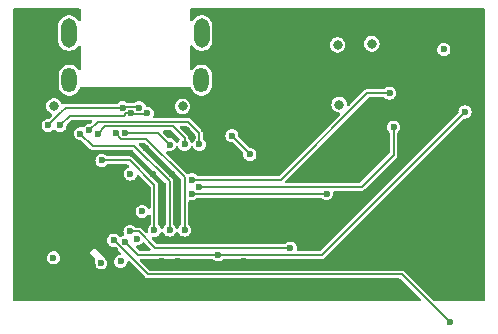
<source format=gbr>
%TF.GenerationSoftware,KiCad,Pcbnew,7.0.7*%
%TF.CreationDate,2023-12-08T19:41:31-05:00*%
%TF.ProjectId,pixie-rev-4,70697869-652d-4726-9576-2d342e6b6963,rev?*%
%TF.SameCoordinates,Original*%
%TF.FileFunction,Copper,L3,Inr*%
%TF.FilePolarity,Positive*%
%FSLAX46Y46*%
G04 Gerber Fmt 4.6, Leading zero omitted, Abs format (unit mm)*
G04 Created by KiCad (PCBNEW 7.0.7) date 2023-12-08 19:41:31*
%MOMM*%
%LPD*%
G01*
G04 APERTURE LIST*
%TA.AperFunction,ComponentPad*%
%ADD10O,1.300000X2.100000*%
%TD*%
%TA.AperFunction,ComponentPad*%
%ADD11O,1.300000X2.500000*%
%TD*%
%TA.AperFunction,ComponentPad*%
%ADD12R,0.900000X0.500000*%
%TD*%
%TA.AperFunction,ViaPad*%
%ADD13C,0.600000*%
%TD*%
%TA.AperFunction,ViaPad*%
%ADD14C,0.681000*%
%TD*%
%TA.AperFunction,ViaPad*%
%ADD15C,0.808000*%
%TD*%
%TA.AperFunction,Conductor*%
%ADD16C,0.150000*%
%TD*%
G04 APERTURE END LIST*
D10*
%TO.N,unconnected-(J201-SHEILD-PadS1)*%
%TO.C,J201*%
X165980000Y-46100000D03*
D11*
%TO.N,unconnected-(J201-SHEILD-PadS2)*%
X166000000Y-42100000D03*
D10*
%TO.N,unconnected-(J201-SHEILD-PadS3)*%
X154780000Y-46100000D03*
D11*
%TO.N,unconnected-(J201-SHEILD-PadS4)*%
X154760000Y-42100000D03*
%TD*%
D12*
%TO.N,GND*%
%TO.C,AE301*%
X151500000Y-64550000D03*
%TD*%
D13*
%TO.N,GND*%
X150500000Y-61100000D03*
X163950000Y-61390000D03*
X161220000Y-60280000D03*
X154760000Y-60780000D03*
X166200000Y-50200000D03*
X155050000Y-52750000D03*
X155250000Y-61425000D03*
X151500000Y-53800000D03*
X169400000Y-43300000D03*
X164500000Y-64500000D03*
D14*
X178958290Y-43137499D03*
D13*
X150500000Y-62800000D03*
X152100000Y-49200000D03*
X166500000Y-59700000D03*
X170500000Y-49800000D03*
X150500000Y-59400000D03*
X176400000Y-40500000D03*
X170300000Y-47200000D03*
X168900000Y-59700000D03*
X150500000Y-57700000D03*
X154650000Y-53500000D03*
X173900000Y-61600000D03*
X150500000Y-50900000D03*
X156700000Y-61325000D03*
X155600000Y-64500000D03*
X177075000Y-58275000D03*
X165600000Y-64500000D03*
X158325000Y-57825000D03*
X152300000Y-63700000D03*
X163410000Y-50700000D03*
X188299999Y-40500000D03*
X157300000Y-55050000D03*
X152425000Y-53800000D03*
X189500000Y-52600000D03*
X165950000Y-53985500D03*
X180900000Y-51600000D03*
X171075000Y-53375000D03*
X156400000Y-47280000D03*
X152800000Y-59500000D03*
X173400000Y-52100000D03*
X178900000Y-53900000D03*
X160075000Y-64500000D03*
X163400000Y-64500000D03*
X151800000Y-59500000D03*
X154360000Y-61560000D03*
X180900000Y-52700000D03*
X151275000Y-58700000D03*
X158650000Y-62150000D03*
X168470000Y-57490000D03*
X150500000Y-63700000D03*
X154525000Y-62625000D03*
X153600000Y-62900000D03*
X155225000Y-62150000D03*
X152900000Y-54800000D03*
X189500000Y-62800000D03*
X170900000Y-56600000D03*
X156400000Y-56975000D03*
X150500000Y-56000000D03*
X177800000Y-46700000D03*
X166700000Y-64500000D03*
X152250000Y-51550000D03*
X154500000Y-64500000D03*
X173000000Y-40500000D03*
X150518219Y-64527124D03*
X157825000Y-62400000D03*
X169540000Y-61400000D03*
D14*
X180200000Y-48550000D03*
D13*
X173625000Y-56800000D03*
X158900000Y-64500000D03*
D14*
X180200000Y-49550000D03*
D13*
X157240000Y-62960000D03*
X152275000Y-52600000D03*
X158663243Y-60486757D03*
X154850000Y-51150000D03*
X155400000Y-53950000D03*
X154750000Y-51950000D03*
X150500000Y-44100000D03*
X153800000Y-55300000D03*
X162000000Y-63400000D03*
X173000000Y-46800000D03*
X155950000Y-63900000D03*
X153000000Y-63600000D03*
X150500000Y-54300000D03*
X157300000Y-55925000D03*
X152000000Y-46000000D03*
X152500000Y-60700000D03*
X157275000Y-56950000D03*
X156700000Y-64500000D03*
X166900000Y-49750000D03*
X158275000Y-63275000D03*
X189500000Y-42400000D03*
X169600000Y-40500000D03*
X175300000Y-42300000D03*
X161200000Y-64500000D03*
X151400000Y-63700000D03*
X159175000Y-55925000D03*
X164730000Y-50330000D03*
X180700000Y-63700000D03*
X152100000Y-50540000D03*
X168600000Y-53750000D03*
X165500000Y-58800000D03*
X165200000Y-56900000D03*
X150500000Y-40700000D03*
X155300000Y-59500000D03*
X175500000Y-44600000D03*
X168600000Y-52278111D03*
X172800000Y-43500000D03*
X174700000Y-58700000D03*
X166897954Y-47398977D03*
X175750000Y-48300000D03*
X157500000Y-61600000D03*
X161850000Y-54025000D03*
X159900000Y-62700000D03*
X175000000Y-54000000D03*
X189500000Y-59400000D03*
X152600000Y-64429978D03*
X153400000Y-40500000D03*
X158300000Y-55925000D03*
X180700000Y-45300000D03*
X156400000Y-55925000D03*
X162600000Y-56900000D03*
X161274204Y-51816717D03*
X187800000Y-55600000D03*
X166900000Y-51250000D03*
X181500000Y-40500000D03*
X152300000Y-42500000D03*
X183600000Y-50690000D03*
X159175000Y-56950000D03*
X153500000Y-58800000D03*
X165425000Y-49250000D03*
X189500000Y-45800000D03*
X154100000Y-52800000D03*
X162300000Y-64500000D03*
X162610000Y-61394500D03*
X155100000Y-49850000D03*
X155050000Y-64100000D03*
X153500000Y-51500000D03*
X156550000Y-63425000D03*
X150500000Y-47500000D03*
X167100000Y-44000000D03*
X163900000Y-56900000D03*
X153400000Y-44500000D03*
X164380000Y-47280000D03*
X158300000Y-55050000D03*
X170530000Y-58730000D03*
X155300000Y-58870000D03*
X163500000Y-54025000D03*
X186000000Y-53000000D03*
X166800000Y-56475000D03*
X157800000Y-64500000D03*
X184900000Y-40500000D03*
X189500000Y-56000000D03*
X158300000Y-56975000D03*
X153800000Y-56100000D03*
X189500000Y-49200000D03*
%TO.N,/SW_4*%
X158550000Y-59631757D03*
X187000000Y-66600000D03*
%TO.N,/SW_1*%
X181900000Y-47175000D03*
X165190000Y-54510000D03*
%TO.N,/SW_2*%
X176570000Y-55700000D03*
X165190000Y-55700000D03*
%TO.N,/PIXEL*%
X182238556Y-50050000D03*
X186500000Y-43475000D03*
X165770000Y-55110000D03*
%TO.N,/SW_3*%
X159925000Y-58887500D03*
X173500000Y-60300000D03*
D15*
%TO.N,5V*%
X177650000Y-48150000D03*
X177500000Y-43100000D03*
X180400000Y-43000000D03*
X153500000Y-48270000D03*
X164375000Y-48300000D03*
D13*
%TO.N,3V3*%
X160960000Y-57200000D03*
X159960000Y-54020000D03*
X159125000Y-61425000D03*
X160545000Y-59507828D03*
X153450000Y-61125000D03*
%TO.N,/MCU/CHIP_PU*%
X188300000Y-48775000D03*
X167390000Y-60875000D03*
X159500000Y-59774500D03*
%TO.N,/Power/USB_D+*%
X160700000Y-48400000D03*
X159300000Y-48400000D03*
X153000000Y-49900000D03*
%TO.N,/Power/USB_D-*%
X160000000Y-48900000D03*
X161400000Y-48900000D03*
X154000000Y-49900000D03*
%TO.N,/MCU/DISP_DC*%
X170075000Y-52375000D03*
X168554622Y-50774500D03*
%TO.N,/MCU/FLASH_CS0*%
X162000000Y-58780000D03*
X157550000Y-52875000D03*
%TO.N,/MCU/FLASH_IO0*%
X156475000Y-50340000D03*
X165805000Y-51530000D03*
%TO.N,/MCU/FLASH_IO2*%
X158720000Y-50580000D03*
X164550000Y-58775000D03*
%TO.N,/MCU/FLASH_CLK*%
X164550000Y-51525000D03*
X157225000Y-50610000D03*
%TO.N,/MCU/FLASH_IO1*%
X163275000Y-58775000D03*
X155730000Y-50610000D03*
%TO.N,/MCU/FLASH_IO3*%
X159480000Y-50521770D03*
X163275000Y-51540000D03*
%TD*%
D16*
%TO.N,/MCU/CHIP_PU*%
X167390000Y-60875000D02*
X167380000Y-60865000D01*
X176200000Y-60875000D02*
X188300000Y-48775000D01*
X167380000Y-60865000D02*
X160590500Y-60865000D01*
X160590500Y-60865000D02*
X159500000Y-59774500D01*
X167390000Y-60875000D02*
X176200000Y-60875000D01*
%TO.N,/SW_4*%
X182930000Y-62530000D02*
X187000000Y-66600000D01*
X161448243Y-62530000D02*
X182930000Y-62530000D01*
X158550000Y-59631757D02*
X161448243Y-62530000D01*
%TO.N,/SW_1*%
X180025000Y-47175000D02*
X181900000Y-47175000D01*
X165190000Y-54510000D02*
X172690000Y-54510000D01*
X172690000Y-54510000D02*
X180025000Y-47175000D01*
%TO.N,/SW_2*%
X165190000Y-55700000D02*
X176570000Y-55700000D01*
%TO.N,/PIXEL*%
X179540000Y-55110000D02*
X182238556Y-52411444D01*
X182238556Y-52411444D02*
X182238556Y-50050000D01*
X165770000Y-55110000D02*
X179540000Y-55110000D01*
%TO.N,/SW_3*%
X162079635Y-60300000D02*
X160667135Y-58887500D01*
X160667135Y-58887500D02*
X159925000Y-58887500D01*
X173500000Y-60300000D02*
X162079635Y-60300000D01*
%TO.N,/Power/USB_D+*%
X160675000Y-48375000D02*
X159325000Y-48375000D01*
X154114500Y-48785500D02*
X154114500Y-48775500D01*
X153000000Y-49900000D02*
X154114500Y-48785500D01*
X154114500Y-48775500D02*
X154490000Y-48400000D01*
X159325000Y-48375000D02*
X159300000Y-48400000D01*
X160700000Y-48400000D02*
X160675000Y-48375000D01*
X154490000Y-48400000D02*
X159300000Y-48400000D01*
%TO.N,/Power/USB_D-*%
X161375000Y-48925000D02*
X160025000Y-48925000D01*
X160025000Y-48925000D02*
X160000000Y-48900000D01*
X159390000Y-49090000D02*
X159580000Y-48900000D01*
X154000000Y-49900000D02*
X154810000Y-49090000D01*
X154810000Y-49090000D02*
X159390000Y-49090000D01*
X159580000Y-48900000D02*
X160000000Y-48900000D01*
X161400000Y-48900000D02*
X161375000Y-48925000D01*
%TO.N,/MCU/DISP_DC*%
X170075000Y-52294878D02*
X170075000Y-52375000D01*
X168554622Y-50774500D02*
X170075000Y-52294878D01*
%TO.N,/MCU/FLASH_CS0*%
X159900000Y-52875000D02*
X157550000Y-52875000D01*
X162000000Y-58780000D02*
X162000000Y-54975000D01*
X162000000Y-54975000D02*
X159900000Y-52875000D01*
%TO.N,/MCU/FLASH_IO0*%
X157190000Y-49625000D02*
X156475000Y-50340000D01*
X164835000Y-49625000D02*
X157190000Y-49625000D01*
X165805000Y-50595000D02*
X164835000Y-49625000D01*
X165805000Y-51530000D02*
X165805000Y-50595000D01*
%TO.N,/MCU/FLASH_IO2*%
X164550000Y-54300000D02*
X161296770Y-51046770D01*
X159186770Y-51046770D02*
X158720000Y-50580000D01*
X161296770Y-51046770D02*
X159186770Y-51046770D01*
X164550000Y-58775000D02*
X164550000Y-54300000D01*
%TO.N,/MCU/FLASH_CLK*%
X163546770Y-49996770D02*
X157838230Y-49996770D01*
X164550000Y-51000000D02*
X163546770Y-49996770D01*
X157838230Y-49996770D02*
X157225000Y-50610000D01*
X164550000Y-51525000D02*
X164550000Y-51000000D01*
%TO.N,/MCU/FLASH_IO1*%
X156795000Y-51675000D02*
X155730000Y-50610000D01*
X163275000Y-58775000D02*
X163275000Y-54650000D01*
X163275000Y-54650000D02*
X160300000Y-51675000D01*
X160300000Y-51675000D02*
X156795000Y-51675000D01*
%TO.N,/MCU/FLASH_IO3*%
X162256770Y-50521770D02*
X163275000Y-51540000D01*
X159480000Y-50521770D02*
X162256770Y-50521770D01*
%TD*%
%TA.AperFunction,Conductor*%
%TO.N,GND*%
G36*
X155701621Y-40020502D02*
G01*
X155748114Y-40074158D01*
X155759500Y-40126500D01*
X155759500Y-40951947D01*
X155739498Y-41020068D01*
X155685842Y-41066561D01*
X155615568Y-41076665D01*
X155550988Y-41047171D01*
X155524381Y-41014948D01*
X155495785Y-40965419D01*
X155495784Y-40965418D01*
X155368561Y-40824122D01*
X155214741Y-40712365D01*
X155041045Y-40635031D01*
X154855067Y-40595500D01*
X154664933Y-40595500D01*
X154478954Y-40635031D01*
X154305258Y-40712365D01*
X154151438Y-40824122D01*
X154024215Y-40965418D01*
X154024215Y-40965419D01*
X153929148Y-41130077D01*
X153870391Y-41310908D01*
X153855500Y-41452593D01*
X153855500Y-42747406D01*
X153870391Y-42889091D01*
X153903388Y-42990644D01*
X153929147Y-43069920D01*
X154024214Y-43234580D01*
X154151438Y-43375877D01*
X154305259Y-43487635D01*
X154478955Y-43564969D01*
X154664933Y-43604500D01*
X154855067Y-43604500D01*
X155041045Y-43564969D01*
X155214741Y-43487635D01*
X155368562Y-43375877D01*
X155495786Y-43234580D01*
X155524381Y-43185051D01*
X155575764Y-43136059D01*
X155645477Y-43122623D01*
X155711388Y-43149009D01*
X155752570Y-43206842D01*
X155759500Y-43248052D01*
X155759500Y-45117306D01*
X155739498Y-45185427D01*
X155685842Y-45231920D01*
X155615568Y-45242024D01*
X155550988Y-45212530D01*
X155524382Y-45180309D01*
X155515786Y-45165420D01*
X155388562Y-45024123D01*
X155234741Y-44912365D01*
X155061045Y-44835031D01*
X154875067Y-44795500D01*
X154684933Y-44795500D01*
X154498954Y-44835031D01*
X154325258Y-44912365D01*
X154171438Y-45024122D01*
X154044215Y-45165418D01*
X154044214Y-45165420D01*
X154032663Y-45185427D01*
X153949148Y-45330077D01*
X153890391Y-45510908D01*
X153875500Y-45652593D01*
X153875500Y-46547406D01*
X153890391Y-46689091D01*
X153919775Y-46779523D01*
X153948982Y-46869413D01*
X153949148Y-46869922D01*
X153950212Y-46871765D01*
X154044214Y-47034580D01*
X154171438Y-47175877D01*
X154325259Y-47287635D01*
X154498955Y-47364969D01*
X154684933Y-47404500D01*
X154875067Y-47404500D01*
X155061045Y-47364969D01*
X155234741Y-47287635D01*
X155388562Y-47175877D01*
X155515786Y-47034580D01*
X155610853Y-46869920D01*
X155653848Y-46737594D01*
X155693922Y-46678989D01*
X155737176Y-46660709D01*
X155736924Y-46660098D01*
X155736982Y-46660074D01*
X155740186Y-46659437D01*
X155759318Y-46651352D01*
X155773604Y-46650531D01*
X155785023Y-46650524D01*
X155785023Y-46650526D01*
X155785158Y-46650500D01*
X164974842Y-46650500D01*
X164974976Y-46650526D01*
X164974977Y-46650524D01*
X164986395Y-46650531D01*
X165010095Y-46657505D01*
X165023018Y-46660074D01*
X165023076Y-46660098D01*
X165022623Y-46661192D01*
X165054504Y-46670575D01*
X165100964Y-46724259D01*
X165106151Y-46737594D01*
X165119775Y-46779523D01*
X165148982Y-46869413D01*
X165149148Y-46869922D01*
X165150212Y-46871765D01*
X165244214Y-47034580D01*
X165371438Y-47175877D01*
X165525259Y-47287635D01*
X165698955Y-47364969D01*
X165884933Y-47404500D01*
X166075067Y-47404500D01*
X166261045Y-47364969D01*
X166434741Y-47287635D01*
X166588562Y-47175877D01*
X166715786Y-47034580D01*
X166810853Y-46869920D01*
X166869608Y-46689092D01*
X166884500Y-46547401D01*
X166884500Y-45652599D01*
X166869608Y-45510908D01*
X166810853Y-45330080D01*
X166715786Y-45165420D01*
X166588562Y-45024123D01*
X166434741Y-44912365D01*
X166261045Y-44835031D01*
X166075067Y-44795500D01*
X165884933Y-44795500D01*
X165698954Y-44835031D01*
X165525258Y-44912365D01*
X165371438Y-45024122D01*
X165244215Y-45165418D01*
X165244212Y-45165422D01*
X165235617Y-45180310D01*
X165184233Y-45229302D01*
X165114519Y-45242737D01*
X165048609Y-45216349D01*
X165007428Y-45158516D01*
X165000499Y-45117308D01*
X165000499Y-43330246D01*
X165000499Y-43248049D01*
X165020501Y-43179930D01*
X165074157Y-43133437D01*
X165144431Y-43123333D01*
X165209011Y-43152827D01*
X165235616Y-43185048D01*
X165264214Y-43234580D01*
X165391438Y-43375877D01*
X165545259Y-43487635D01*
X165718955Y-43564969D01*
X165904933Y-43604500D01*
X166095067Y-43604500D01*
X166281045Y-43564969D01*
X166454741Y-43487635D01*
X166608562Y-43375877D01*
X166735786Y-43234580D01*
X166813485Y-43100002D01*
X176836664Y-43100002D01*
X176855937Y-43258742D01*
X176855938Y-43258746D01*
X176912644Y-43408265D01*
X176912647Y-43408271D01*
X177003484Y-43539871D01*
X177003485Y-43539872D01*
X177003486Y-43539873D01*
X177123182Y-43645915D01*
X177264778Y-43720230D01*
X177420044Y-43758500D01*
X177420045Y-43758500D01*
X177579955Y-43758500D01*
X177579956Y-43758500D01*
X177735222Y-43720230D01*
X177876818Y-43645915D01*
X177996514Y-43539873D01*
X178087355Y-43408268D01*
X178144061Y-43258747D01*
X178146996Y-43234581D01*
X178163336Y-43100002D01*
X178163336Y-43099997D01*
X178151195Y-43000002D01*
X179736664Y-43000002D01*
X179755937Y-43158742D01*
X179755938Y-43158746D01*
X179812644Y-43308265D01*
X179812647Y-43308271D01*
X179903484Y-43439871D01*
X179903485Y-43439872D01*
X179903486Y-43439873D01*
X180023182Y-43545915D01*
X180164778Y-43620230D01*
X180320044Y-43658500D01*
X180320045Y-43658500D01*
X180479955Y-43658500D01*
X180479956Y-43658500D01*
X180635222Y-43620230D01*
X180776818Y-43545915D01*
X180856864Y-43475000D01*
X185940715Y-43475000D01*
X185959771Y-43619752D01*
X186015644Y-43754641D01*
X186015649Y-43754649D01*
X186104525Y-43870474D01*
X186220350Y-43959350D01*
X186220357Y-43959355D01*
X186355246Y-44015228D01*
X186427623Y-44024756D01*
X186499999Y-44034285D01*
X186499999Y-44034284D01*
X186500000Y-44034285D01*
X186644754Y-44015228D01*
X186779643Y-43959355D01*
X186895474Y-43870474D01*
X186984355Y-43754643D01*
X187040228Y-43619754D01*
X187059285Y-43475000D01*
X187054660Y-43439873D01*
X187040228Y-43330247D01*
X187040228Y-43330246D01*
X186984355Y-43195358D01*
X186895474Y-43079526D01*
X186895472Y-43079524D01*
X186895471Y-43079523D01*
X186779649Y-42990649D01*
X186779641Y-42990644D01*
X186644752Y-42934771D01*
X186500000Y-42915715D01*
X186355247Y-42934771D01*
X186287802Y-42962708D01*
X186220358Y-42990645D01*
X186220357Y-42990646D01*
X186220356Y-42990646D01*
X186104526Y-43079526D01*
X186015646Y-43195356D01*
X186015645Y-43195358D01*
X185999400Y-43234577D01*
X185959771Y-43330247D01*
X185940715Y-43474999D01*
X185940715Y-43475000D01*
X180856864Y-43475000D01*
X180896514Y-43439873D01*
X180987355Y-43308268D01*
X181044061Y-43158747D01*
X181045244Y-43149009D01*
X181063336Y-43000002D01*
X181063336Y-42999997D01*
X181044062Y-42841257D01*
X181044061Y-42841253D01*
X181025280Y-42791732D01*
X180987355Y-42691732D01*
X180896514Y-42560127D01*
X180776818Y-42454085D01*
X180776817Y-42454084D01*
X180776813Y-42454082D01*
X180635220Y-42379769D01*
X180479957Y-42341500D01*
X180479956Y-42341500D01*
X180320044Y-42341500D01*
X180320042Y-42341500D01*
X180164779Y-42379769D01*
X180023186Y-42454082D01*
X180023182Y-42454084D01*
X179903484Y-42560128D01*
X179812647Y-42691728D01*
X179812644Y-42691734D01*
X179755938Y-42841253D01*
X179755937Y-42841257D01*
X179736664Y-42999997D01*
X179736664Y-43000002D01*
X178151195Y-43000002D01*
X178144062Y-42941257D01*
X178144061Y-42941253D01*
X178124279Y-42889092D01*
X178087355Y-42791732D01*
X177996514Y-42660127D01*
X177876818Y-42554085D01*
X177876817Y-42554084D01*
X177876813Y-42554082D01*
X177735220Y-42479769D01*
X177579957Y-42441500D01*
X177579956Y-42441500D01*
X177420044Y-42441500D01*
X177420042Y-42441500D01*
X177264779Y-42479769D01*
X177123186Y-42554082D01*
X177123182Y-42554084D01*
X177003484Y-42660128D01*
X176912647Y-42791728D01*
X176912644Y-42791734D01*
X176855938Y-42941253D01*
X176855937Y-42941257D01*
X176836664Y-43099997D01*
X176836664Y-43100002D01*
X166813485Y-43100002D01*
X166830853Y-43069920D01*
X166889608Y-42889092D01*
X166904500Y-42747401D01*
X166904500Y-41452599D01*
X166889608Y-41310908D01*
X166830853Y-41130080D01*
X166735786Y-40965420D01*
X166608562Y-40824123D01*
X166454741Y-40712365D01*
X166281045Y-40635031D01*
X166095067Y-40595500D01*
X165904933Y-40595500D01*
X165718954Y-40635031D01*
X165545258Y-40712365D01*
X165391438Y-40824122D01*
X165264215Y-40965418D01*
X165264215Y-40965419D01*
X165235617Y-41014950D01*
X165184233Y-41063942D01*
X165114519Y-41077376D01*
X165048609Y-41050988D01*
X165007428Y-40993155D01*
X165000499Y-40951952D01*
X165000499Y-40126500D01*
X165020502Y-40058379D01*
X165074158Y-40011886D01*
X165126500Y-40000500D01*
X189873500Y-40000500D01*
X189941621Y-40020502D01*
X189988114Y-40074158D01*
X189999500Y-40126500D01*
X189999500Y-64674000D01*
X189979498Y-64742121D01*
X189925842Y-64788614D01*
X189873500Y-64800000D01*
X185718173Y-64800000D01*
X185650052Y-64779998D01*
X185629078Y-64763095D01*
X183175115Y-62309132D01*
X183171400Y-62305079D01*
X183145066Y-62273695D01*
X183109589Y-62253212D01*
X183104957Y-62250261D01*
X183071401Y-62226765D01*
X183071397Y-62226762D01*
X183066367Y-62224416D01*
X183049664Y-62217498D01*
X183044430Y-62215593D01*
X183004091Y-62208480D01*
X182998725Y-62207290D01*
X182959164Y-62196690D01*
X182959158Y-62196690D01*
X182947409Y-62197718D01*
X182918352Y-62200260D01*
X182912868Y-62200500D01*
X161636917Y-62200500D01*
X161568796Y-62180498D01*
X161547822Y-62163595D01*
X160793822Y-61409595D01*
X160759796Y-61347283D01*
X160764861Y-61276468D01*
X160807408Y-61219632D01*
X160873928Y-61194821D01*
X160882917Y-61194500D01*
X166874093Y-61194500D01*
X166942214Y-61214502D01*
X166974055Y-61243796D01*
X166990719Y-61265513D01*
X166994526Y-61270474D01*
X167099954Y-61351373D01*
X167110357Y-61359355D01*
X167245246Y-61415228D01*
X167390000Y-61434285D01*
X167534754Y-61415228D01*
X167669643Y-61359355D01*
X167785474Y-61270474D01*
X167798272Y-61253795D01*
X167855609Y-61211929D01*
X167898234Y-61204500D01*
X176182868Y-61204500D01*
X176188353Y-61204739D01*
X176229160Y-61208310D01*
X176268735Y-61197705D01*
X176274073Y-61196520D01*
X176314434Y-61189405D01*
X176314435Y-61189404D01*
X176314437Y-61189404D01*
X176319699Y-61187488D01*
X176336322Y-61180603D01*
X176341398Y-61178235D01*
X176341401Y-61178235D01*
X176374973Y-61154726D01*
X176379573Y-61151796D01*
X176415066Y-61131305D01*
X176441403Y-61099916D01*
X176445095Y-61095886D01*
X188173616Y-49367365D01*
X188235926Y-49333341D01*
X188279152Y-49331540D01*
X188300000Y-49334285D01*
X188444754Y-49315228D01*
X188579643Y-49259355D01*
X188695474Y-49170474D01*
X188784355Y-49054643D01*
X188840228Y-48919754D01*
X188859285Y-48775000D01*
X188856874Y-48756690D01*
X188840228Y-48630247D01*
X188836132Y-48620358D01*
X188784355Y-48495358D01*
X188695474Y-48379526D01*
X188695472Y-48379524D01*
X188695471Y-48379523D01*
X188579649Y-48290649D01*
X188579641Y-48290644D01*
X188444752Y-48234771D01*
X188300000Y-48215715D01*
X188155247Y-48234771D01*
X188105818Y-48255246D01*
X188020358Y-48290645D01*
X188020357Y-48290646D01*
X188020356Y-48290646D01*
X187904526Y-48379526D01*
X187815646Y-48495356D01*
X187815645Y-48495358D01*
X187787708Y-48562802D01*
X187759771Y-48630247D01*
X187740715Y-48774999D01*
X187743459Y-48795847D01*
X187732517Y-48865995D01*
X187707631Y-48901384D01*
X176100422Y-60508595D01*
X176038110Y-60542621D01*
X176011327Y-60545500D01*
X174170640Y-60545500D01*
X174102519Y-60525498D01*
X174056026Y-60471842D01*
X174045718Y-60403054D01*
X174048395Y-60382717D01*
X174059285Y-60300000D01*
X174040228Y-60155246D01*
X173984355Y-60020358D01*
X173895474Y-59904526D01*
X173895472Y-59904524D01*
X173895471Y-59904523D01*
X173779649Y-59815649D01*
X173779641Y-59815644D01*
X173644752Y-59759771D01*
X173500000Y-59740715D01*
X173355247Y-59759771D01*
X173301943Y-59781851D01*
X173220358Y-59815645D01*
X173220357Y-59815646D01*
X173220356Y-59815646D01*
X173166532Y-59856947D01*
X173104526Y-59904526D01*
X173091727Y-59921204D01*
X173034391Y-59963071D01*
X172991766Y-59970500D01*
X162268309Y-59970500D01*
X162200188Y-59950498D01*
X162179214Y-59933595D01*
X161784436Y-59538817D01*
X161750410Y-59476505D01*
X161755475Y-59405690D01*
X161798022Y-59348854D01*
X161864542Y-59324043D01*
X161889973Y-59324799D01*
X162000000Y-59339285D01*
X162144754Y-59320228D01*
X162279643Y-59264355D01*
X162395474Y-59175474D01*
X162484355Y-59059643D01*
X162522128Y-58968449D01*
X162566674Y-58913172D01*
X162634037Y-58890751D01*
X162702828Y-58908309D01*
X162751207Y-58960271D01*
X162754937Y-58968438D01*
X162790645Y-59054643D01*
X162790647Y-59054646D01*
X162790649Y-59054649D01*
X162879525Y-59170474D01*
X162995350Y-59259350D01*
X162995357Y-59259355D01*
X163130246Y-59315228D01*
X163275000Y-59334285D01*
X163419754Y-59315228D01*
X163554643Y-59259355D01*
X163670474Y-59170474D01*
X163759355Y-59054643D01*
X163796092Y-58965951D01*
X163840639Y-58910672D01*
X163908003Y-58888251D01*
X163976794Y-58905809D01*
X164025172Y-58957771D01*
X164028901Y-58965936D01*
X164056371Y-59032254D01*
X164065644Y-59054641D01*
X164065649Y-59054649D01*
X164154525Y-59170474D01*
X164270350Y-59259350D01*
X164270357Y-59259355D01*
X164405246Y-59315228D01*
X164550000Y-59334285D01*
X164694754Y-59315228D01*
X164829643Y-59259355D01*
X164945474Y-59170474D01*
X165034355Y-59054643D01*
X165090228Y-58919754D01*
X165109285Y-58775000D01*
X165090228Y-58630246D01*
X165034355Y-58495358D01*
X165031798Y-58492026D01*
X165005368Y-58457582D01*
X164945474Y-58379526D01*
X164945471Y-58379524D01*
X164945470Y-58379522D01*
X164928793Y-58366725D01*
X164886927Y-58309386D01*
X164879500Y-58266765D01*
X164879500Y-56360022D01*
X164899502Y-56291901D01*
X164953158Y-56245408D01*
X165023432Y-56235304D01*
X165038117Y-56238317D01*
X165045242Y-56240226D01*
X165045246Y-56240228D01*
X165190000Y-56259285D01*
X165334754Y-56240228D01*
X165469643Y-56184355D01*
X165585474Y-56095474D01*
X165598272Y-56078795D01*
X165655609Y-56036929D01*
X165698234Y-56029500D01*
X176061766Y-56029500D01*
X176129887Y-56049502D01*
X176161727Y-56078794D01*
X176174526Y-56095474D01*
X176174528Y-56095476D01*
X176259499Y-56160677D01*
X176290357Y-56184355D01*
X176425246Y-56240228D01*
X176570000Y-56259285D01*
X176714754Y-56240228D01*
X176849643Y-56184355D01*
X176965474Y-56095474D01*
X177054355Y-55979643D01*
X177110228Y-55844754D01*
X177129285Y-55700000D01*
X177113743Y-55581945D01*
X177124682Y-55511797D01*
X177171810Y-55458699D01*
X177238665Y-55439500D01*
X179522868Y-55439500D01*
X179528353Y-55439739D01*
X179569160Y-55443310D01*
X179608735Y-55432705D01*
X179614073Y-55431520D01*
X179654434Y-55424405D01*
X179654435Y-55424404D01*
X179654437Y-55424404D01*
X179659699Y-55422488D01*
X179676322Y-55415603D01*
X179681398Y-55413235D01*
X179681401Y-55413235D01*
X179714973Y-55389726D01*
X179719573Y-55386796D01*
X179755066Y-55366305D01*
X179781403Y-55334916D01*
X179785095Y-55330886D01*
X182459449Y-52656532D01*
X182463467Y-52652850D01*
X182494861Y-52626510D01*
X182515352Y-52591017D01*
X182518286Y-52586411D01*
X182541791Y-52552845D01*
X182541791Y-52552842D01*
X182544173Y-52547735D01*
X182551027Y-52531189D01*
X182552962Y-52525874D01*
X182555028Y-52514149D01*
X182560077Y-52485515D01*
X182561259Y-52480183D01*
X182571865Y-52440605D01*
X182569690Y-52415749D01*
X182568296Y-52399802D01*
X182568056Y-52394310D01*
X182568056Y-50558233D01*
X182588058Y-50490112D01*
X182617351Y-50458272D01*
X182634030Y-50445474D01*
X182722911Y-50329643D01*
X182778784Y-50194754D01*
X182797841Y-50050000D01*
X182796059Y-50036468D01*
X182778784Y-49905247D01*
X182776611Y-49900000D01*
X182722911Y-49770358D01*
X182634030Y-49654526D01*
X182634028Y-49654524D01*
X182634027Y-49654523D01*
X182518205Y-49565649D01*
X182518197Y-49565644D01*
X182383308Y-49509771D01*
X182238556Y-49490715D01*
X182093803Y-49509771D01*
X182026358Y-49537708D01*
X181958914Y-49565645D01*
X181958913Y-49565646D01*
X181958912Y-49565646D01*
X181843082Y-49654526D01*
X181754202Y-49770356D01*
X181754201Y-49770358D01*
X181726264Y-49837802D01*
X181698327Y-49905247D01*
X181679271Y-50049999D01*
X181679271Y-50050000D01*
X181698327Y-50194752D01*
X181754200Y-50329641D01*
X181754205Y-50329649D01*
X181843079Y-50445471D01*
X181843080Y-50445472D01*
X181843082Y-50445474D01*
X181859759Y-50458270D01*
X181901626Y-50515605D01*
X181909056Y-50558233D01*
X181909056Y-52222770D01*
X181889054Y-52290891D01*
X181872151Y-52311865D01*
X179440422Y-54743595D01*
X179378110Y-54777620D01*
X179351327Y-54780500D01*
X173189672Y-54780500D01*
X173121551Y-54760498D01*
X173075058Y-54706842D01*
X173064954Y-54636568D01*
X173094448Y-54571988D01*
X173100577Y-54565405D01*
X176549063Y-51116920D01*
X180124577Y-47541405D01*
X180186890Y-47507379D01*
X180213673Y-47504500D01*
X181391766Y-47504500D01*
X181459887Y-47524502D01*
X181491727Y-47553794D01*
X181504526Y-47570474D01*
X181504528Y-47570476D01*
X181620350Y-47659350D01*
X181620357Y-47659355D01*
X181755246Y-47715228D01*
X181822500Y-47724082D01*
X181899999Y-47734285D01*
X181899999Y-47734284D01*
X181900000Y-47734285D01*
X182044754Y-47715228D01*
X182179643Y-47659355D01*
X182295474Y-47570474D01*
X182384355Y-47454643D01*
X182440228Y-47319754D01*
X182459285Y-47175000D01*
X182440228Y-47030246D01*
X182384355Y-46895358D01*
X182295474Y-46779526D01*
X182295472Y-46779524D01*
X182295471Y-46779523D01*
X182179649Y-46690649D01*
X182179641Y-46690644D01*
X182044752Y-46634771D01*
X181900000Y-46615715D01*
X181755247Y-46634771D01*
X181700364Y-46657505D01*
X181620358Y-46690645D01*
X181620357Y-46690646D01*
X181620356Y-46690646D01*
X181504530Y-46779523D01*
X181504526Y-46779526D01*
X181491727Y-46796204D01*
X181434391Y-46838071D01*
X181391766Y-46845500D01*
X180042120Y-46845500D01*
X180036635Y-46845260D01*
X180007632Y-46842722D01*
X179995841Y-46841691D01*
X179995837Y-46841691D01*
X179956271Y-46852292D01*
X179950907Y-46853481D01*
X179910568Y-46860594D01*
X179905331Y-46862500D01*
X179888641Y-46869413D01*
X179883599Y-46871764D01*
X179850044Y-46895259D01*
X179845410Y-46898211D01*
X179809937Y-46918692D01*
X179809930Y-46918697D01*
X179783598Y-46950079D01*
X179779884Y-46954132D01*
X178525627Y-48208388D01*
X178463315Y-48242414D01*
X178392500Y-48237349D01*
X178335664Y-48194802D01*
X178311451Y-48134479D01*
X178309916Y-48121838D01*
X178296167Y-48008595D01*
X178294062Y-47991257D01*
X178294061Y-47991253D01*
X178282865Y-47961732D01*
X178237355Y-47841732D01*
X178146514Y-47710127D01*
X178026818Y-47604085D01*
X178026817Y-47604084D01*
X178026813Y-47604082D01*
X177885220Y-47529769D01*
X177729957Y-47491500D01*
X177729956Y-47491500D01*
X177570044Y-47491500D01*
X177570042Y-47491500D01*
X177414779Y-47529769D01*
X177273186Y-47604082D01*
X177273182Y-47604084D01*
X177153484Y-47710128D01*
X177062647Y-47841728D01*
X177062644Y-47841734D01*
X177005938Y-47991253D01*
X177005937Y-47991257D01*
X176986664Y-48149997D01*
X176986664Y-48150002D01*
X177005937Y-48308742D01*
X177005938Y-48308746D01*
X177062644Y-48458265D01*
X177062647Y-48458271D01*
X177153484Y-48589871D01*
X177153485Y-48589872D01*
X177153486Y-48589873D01*
X177273182Y-48695915D01*
X177414778Y-48770230D01*
X177570044Y-48808500D01*
X177570045Y-48808500D01*
X177621325Y-48808500D01*
X177689446Y-48828502D01*
X177735939Y-48882158D01*
X177746043Y-48952432D01*
X177716549Y-49017012D01*
X177710420Y-49023595D01*
X172590422Y-54143595D01*
X172528110Y-54177620D01*
X172501327Y-54180500D01*
X165698234Y-54180500D01*
X165630113Y-54160498D01*
X165598272Y-54131205D01*
X165585474Y-54114526D01*
X165585472Y-54114524D01*
X165585471Y-54114523D01*
X165469649Y-54025649D01*
X165469641Y-54025644D01*
X165334752Y-53969771D01*
X165190000Y-53950715D01*
X165045247Y-53969771D01*
X164977801Y-53997708D01*
X164910358Y-54025645D01*
X164910356Y-54025646D01*
X164910357Y-54025646D01*
X164910348Y-54025651D01*
X164902546Y-54031638D01*
X164836325Y-54057236D01*
X164766777Y-54042969D01*
X164736751Y-54020768D01*
X163006453Y-52290470D01*
X162972427Y-52228158D01*
X162977492Y-52157343D01*
X163020039Y-52100507D01*
X163086559Y-52075696D01*
X163128163Y-52079669D01*
X163130236Y-52080224D01*
X163130246Y-52080228D01*
X163275000Y-52099285D01*
X163419754Y-52080228D01*
X163554643Y-52024355D01*
X163670474Y-51935474D01*
X163759355Y-51819643D01*
X163799198Y-51723451D01*
X163843745Y-51668172D01*
X163911108Y-51645751D01*
X163979899Y-51663309D01*
X164028278Y-51715271D01*
X164032009Y-51723440D01*
X164065645Y-51804643D01*
X164065647Y-51804646D01*
X164065649Y-51804649D01*
X164154525Y-51920474D01*
X164270350Y-52009350D01*
X164270357Y-52009355D01*
X164405246Y-52065228D01*
X164550000Y-52084285D01*
X164694754Y-52065228D01*
X164829643Y-52009355D01*
X164945474Y-51920474D01*
X165034355Y-51804643D01*
X165060056Y-51742594D01*
X165104603Y-51687314D01*
X165171966Y-51664893D01*
X165240757Y-51682451D01*
X165289136Y-51734412D01*
X165292865Y-51742578D01*
X165320645Y-51809643D01*
X165320647Y-51809646D01*
X165320649Y-51809649D01*
X165409525Y-51925474D01*
X165525350Y-52014350D01*
X165525357Y-52014355D01*
X165660246Y-52070228D01*
X165805000Y-52089285D01*
X165949754Y-52070228D01*
X166084643Y-52014355D01*
X166200474Y-51925474D01*
X166289355Y-51809643D01*
X166345228Y-51674754D01*
X166364285Y-51530000D01*
X166345228Y-51385246D01*
X166289355Y-51250358D01*
X166285522Y-51245363D01*
X166251917Y-51201568D01*
X166200474Y-51134526D01*
X166200471Y-51134524D01*
X166200470Y-51134522D01*
X166183793Y-51121725D01*
X166141927Y-51064386D01*
X166134500Y-51021765D01*
X166134500Y-50774500D01*
X167995337Y-50774500D01*
X168014393Y-50919252D01*
X168070266Y-51054141D01*
X168070271Y-51054149D01*
X168159147Y-51169974D01*
X168263909Y-51250361D01*
X168274979Y-51258855D01*
X168409868Y-51314728D01*
X168554622Y-51333785D01*
X168554623Y-51333785D01*
X168559245Y-51333176D01*
X168575461Y-51331041D01*
X168645609Y-51341977D01*
X168681006Y-51366867D01*
X169491952Y-52177813D01*
X169525978Y-52240125D01*
X169527779Y-52283353D01*
X169515715Y-52374997D01*
X169515715Y-52375000D01*
X169534771Y-52519752D01*
X169590644Y-52654641D01*
X169590649Y-52654649D01*
X169679525Y-52770474D01*
X169795350Y-52859350D01*
X169795357Y-52859355D01*
X169930246Y-52915228D01*
X170075000Y-52934285D01*
X170219754Y-52915228D01*
X170354643Y-52859355D01*
X170470474Y-52770474D01*
X170559355Y-52654643D01*
X170615228Y-52519754D01*
X170634285Y-52375000D01*
X170615228Y-52230246D01*
X170559355Y-52095358D01*
X170470474Y-51979526D01*
X170470472Y-51979524D01*
X170470471Y-51979523D01*
X170354649Y-51890649D01*
X170354641Y-51890644D01*
X170219752Y-51834771D01*
X170102226Y-51819299D01*
X170037298Y-51790576D01*
X170029577Y-51783472D01*
X169146989Y-50900884D01*
X169112963Y-50838572D01*
X169111163Y-50795338D01*
X169112699Y-50783673D01*
X169113907Y-50774500D01*
X169111813Y-50758598D01*
X169094850Y-50629747D01*
X169094850Y-50629746D01*
X169038977Y-50494858D01*
X168950096Y-50379026D01*
X168950094Y-50379024D01*
X168950093Y-50379023D01*
X168834271Y-50290149D01*
X168834263Y-50290144D01*
X168699374Y-50234271D01*
X168554622Y-50215215D01*
X168409869Y-50234271D01*
X168342423Y-50262208D01*
X168274980Y-50290145D01*
X168274979Y-50290146D01*
X168274978Y-50290146D01*
X168159148Y-50379026D01*
X168070268Y-50494856D01*
X168070267Y-50494858D01*
X168059479Y-50520903D01*
X168014393Y-50629747D01*
X167995337Y-50774499D01*
X167995337Y-50774500D01*
X166134500Y-50774500D01*
X166134500Y-50612131D01*
X166134740Y-50606637D01*
X166138310Y-50565840D01*
X166127701Y-50526252D01*
X166126520Y-50520925D01*
X166119405Y-50480566D01*
X166119403Y-50480562D01*
X166117491Y-50475308D01*
X166110596Y-50458663D01*
X166108235Y-50453600D01*
X166108235Y-50453599D01*
X166084738Y-50420042D01*
X166081783Y-50415404D01*
X166061305Y-50379934D01*
X166060219Y-50379023D01*
X166029916Y-50353595D01*
X166025876Y-50349893D01*
X165080115Y-49404132D01*
X165076400Y-49400079D01*
X165050066Y-49368695D01*
X165014589Y-49348212D01*
X165009957Y-49345261D01*
X164976401Y-49321765D01*
X164976397Y-49321762D01*
X164971367Y-49319416D01*
X164954664Y-49312498D01*
X164949430Y-49310593D01*
X164909091Y-49303480D01*
X164903725Y-49302290D01*
X164864164Y-49291690D01*
X164864158Y-49291690D01*
X164852409Y-49292718D01*
X164823352Y-49295260D01*
X164817868Y-49295500D01*
X162024937Y-49295500D01*
X161956816Y-49275498D01*
X161910323Y-49221842D01*
X161900219Y-49151568D01*
X161908525Y-49121290D01*
X161940228Y-49044754D01*
X161959285Y-48900000D01*
X161954964Y-48867182D01*
X161945573Y-48795847D01*
X161940228Y-48755246D01*
X161884355Y-48620358D01*
X161795474Y-48504526D01*
X161795472Y-48504524D01*
X161795471Y-48504523D01*
X161679649Y-48415649D01*
X161679641Y-48415644D01*
X161544752Y-48359771D01*
X161400000Y-48340715D01*
X161399998Y-48340715D01*
X161377345Y-48343697D01*
X161307196Y-48332757D01*
X161270293Y-48300002D01*
X163711664Y-48300002D01*
X163730937Y-48458742D01*
X163730938Y-48458746D01*
X163787644Y-48608265D01*
X163787647Y-48608271D01*
X163878484Y-48739871D01*
X163878485Y-48739872D01*
X163878486Y-48739873D01*
X163998182Y-48845915D01*
X164139778Y-48920230D01*
X164295044Y-48958500D01*
X164295045Y-48958500D01*
X164454955Y-48958500D01*
X164454956Y-48958500D01*
X164610222Y-48920230D01*
X164751818Y-48845915D01*
X164871514Y-48739873D01*
X164962355Y-48608268D01*
X165019061Y-48458747D01*
X165019120Y-48458268D01*
X165038336Y-48300002D01*
X165038336Y-48299997D01*
X165019062Y-48141257D01*
X165019061Y-48141253D01*
X165013195Y-48125786D01*
X164962355Y-47991732D01*
X164871514Y-47860127D01*
X164751818Y-47754085D01*
X164751817Y-47754084D01*
X164751813Y-47754082D01*
X164610220Y-47679769D01*
X164454957Y-47641500D01*
X164454956Y-47641500D01*
X164295044Y-47641500D01*
X164295042Y-47641500D01*
X164139779Y-47679769D01*
X163998186Y-47754082D01*
X163998182Y-47754084D01*
X163878484Y-47860128D01*
X163787647Y-47991728D01*
X163787644Y-47991734D01*
X163730938Y-48141253D01*
X163730937Y-48141257D01*
X163711664Y-48299997D01*
X163711664Y-48300002D01*
X161270293Y-48300002D01*
X161254098Y-48285628D01*
X161244072Y-48262593D01*
X161243388Y-48262877D01*
X161240228Y-48255249D01*
X161240228Y-48255246D01*
X161184355Y-48120358D01*
X161095474Y-48004526D01*
X161095472Y-48004524D01*
X161095471Y-48004523D01*
X160979649Y-47915649D01*
X160979641Y-47915644D01*
X160844752Y-47859771D01*
X160700000Y-47840715D01*
X160555247Y-47859771D01*
X160487801Y-47887708D01*
X160420358Y-47915645D01*
X160420357Y-47915646D01*
X160420356Y-47915646D01*
X160304519Y-48004531D01*
X160300456Y-48008595D01*
X160238144Y-48042621D01*
X160211361Y-48045500D01*
X159788639Y-48045500D01*
X159720518Y-48025498D01*
X159699544Y-48008595D01*
X159695475Y-48004526D01*
X159579649Y-47915649D01*
X159579641Y-47915644D01*
X159444752Y-47859771D01*
X159300000Y-47840715D01*
X159155247Y-47859771D01*
X159087801Y-47887708D01*
X159020358Y-47915645D01*
X159020357Y-47915646D01*
X159020356Y-47915646D01*
X158921205Y-47991728D01*
X158904526Y-48004526D01*
X158891727Y-48021204D01*
X158834391Y-48063071D01*
X158791766Y-48070500D01*
X154507134Y-48070500D01*
X154501642Y-48070260D01*
X154460839Y-48066691D01*
X154460838Y-48066691D01*
X154421272Y-48077292D01*
X154415907Y-48078481D01*
X154375568Y-48085594D01*
X154370331Y-48087500D01*
X154353641Y-48094413D01*
X154348599Y-48096764D01*
X154315044Y-48120259D01*
X154310410Y-48123211D01*
X154305951Y-48125786D01*
X154236957Y-48142527D01*
X154169864Y-48119309D01*
X154125975Y-48063503D01*
X154125135Y-48061350D01*
X154111538Y-48025498D01*
X154087355Y-47961732D01*
X154047790Y-47904413D01*
X153996515Y-47830128D01*
X153876817Y-47724084D01*
X153876813Y-47724082D01*
X153735220Y-47649769D01*
X153579957Y-47611500D01*
X153579956Y-47611500D01*
X153420044Y-47611500D01*
X153420042Y-47611500D01*
X153264779Y-47649769D01*
X153123186Y-47724082D01*
X153123182Y-47724084D01*
X153003484Y-47830128D01*
X152912647Y-47961728D01*
X152912644Y-47961734D01*
X152855938Y-48111253D01*
X152855937Y-48111257D01*
X152836664Y-48269997D01*
X152836664Y-48270002D01*
X152855937Y-48428742D01*
X152855938Y-48428746D01*
X152912644Y-48578265D01*
X152912647Y-48578271D01*
X153003484Y-48709871D01*
X153003485Y-48709872D01*
X153003486Y-48709873D01*
X153123182Y-48815915D01*
X153264778Y-48890230D01*
X153271696Y-48891935D01*
X153333053Y-48927655D01*
X153365357Y-48990876D01*
X153358354Y-49061526D01*
X153330644Y-49103370D01*
X153126383Y-49307631D01*
X153064071Y-49341657D01*
X153020845Y-49343459D01*
X153007155Y-49341657D01*
X153000000Y-49340715D01*
X152999999Y-49340715D01*
X152999998Y-49340715D01*
X152855247Y-49359771D01*
X152787801Y-49387708D01*
X152720358Y-49415645D01*
X152720357Y-49415646D01*
X152720356Y-49415646D01*
X152604526Y-49504526D01*
X152515646Y-49620356D01*
X152515645Y-49620358D01*
X152501492Y-49654526D01*
X152459771Y-49755247D01*
X152440715Y-49899999D01*
X152440715Y-49900000D01*
X152459771Y-50044752D01*
X152515644Y-50179641D01*
X152515649Y-50179649D01*
X152604525Y-50295474D01*
X152713408Y-50379023D01*
X152720357Y-50384355D01*
X152855246Y-50440228D01*
X152895071Y-50445471D01*
X152999999Y-50459285D01*
X152999999Y-50459284D01*
X153000000Y-50459285D01*
X153144754Y-50440228D01*
X153279643Y-50384355D01*
X153395474Y-50295474D01*
X153400036Y-50289527D01*
X153457372Y-50247660D01*
X153528243Y-50243436D01*
X153590147Y-50278198D01*
X153599958Y-50289520D01*
X153604526Y-50295474D01*
X153604528Y-50295476D01*
X153713408Y-50379023D01*
X153720357Y-50384355D01*
X153855246Y-50440228D01*
X154000000Y-50459285D01*
X154144754Y-50440228D01*
X154279643Y-50384355D01*
X154395474Y-50295474D01*
X154484355Y-50179643D01*
X154540228Y-50044754D01*
X154559285Y-49900000D01*
X154556541Y-49879159D01*
X154567478Y-49809011D01*
X154592364Y-49773617D01*
X154909578Y-49456404D01*
X154971891Y-49422379D01*
X154998674Y-49419500D01*
X156625326Y-49419500D01*
X156693447Y-49439502D01*
X156739940Y-49493158D01*
X156750044Y-49563432D01*
X156720550Y-49628012D01*
X156714434Y-49634581D01*
X156601383Y-49747632D01*
X156601384Y-49747632D01*
X156539072Y-49781657D01*
X156495847Y-49783459D01*
X156479558Y-49781315D01*
X156475000Y-49780715D01*
X156474999Y-49780715D01*
X156330247Y-49799771D01*
X156262802Y-49827708D01*
X156195358Y-49855645D01*
X156195357Y-49855646D01*
X156195356Y-49855646D01*
X156079525Y-49944526D01*
X156016069Y-50027224D01*
X155958731Y-50069091D01*
X155887860Y-50073312D01*
X155882787Y-50071693D01*
X155882730Y-50071909D01*
X155874755Y-50069772D01*
X155730000Y-50050715D01*
X155585247Y-50069771D01*
X155517801Y-50097708D01*
X155450358Y-50125645D01*
X155450357Y-50125646D01*
X155450356Y-50125646D01*
X155334526Y-50214526D01*
X155245646Y-50330356D01*
X155245645Y-50330358D01*
X155217708Y-50397801D01*
X155189771Y-50465247D01*
X155170715Y-50609999D01*
X155170715Y-50610000D01*
X155189771Y-50754752D01*
X155245644Y-50889641D01*
X155245649Y-50889649D01*
X155334525Y-51005474D01*
X155436733Y-51083901D01*
X155450357Y-51094355D01*
X155585246Y-51150228D01*
X155730000Y-51169285D01*
X155730001Y-51169285D01*
X155734623Y-51168676D01*
X155750839Y-51166541D01*
X155820987Y-51177477D01*
X155856384Y-51202366D01*
X156549894Y-51895877D01*
X156553598Y-51899919D01*
X156579934Y-51931305D01*
X156615417Y-51951791D01*
X156620033Y-51954732D01*
X156653598Y-51978235D01*
X156653599Y-51978235D01*
X156658668Y-51980599D01*
X156675296Y-51987486D01*
X156680569Y-51989406D01*
X156693984Y-51991770D01*
X156720922Y-51996520D01*
X156726269Y-51997706D01*
X156765839Y-52008309D01*
X156792891Y-52005942D01*
X156806642Y-52004740D01*
X156812134Y-52004500D01*
X160111327Y-52004500D01*
X160179448Y-52024502D01*
X160200422Y-52041404D01*
X162908596Y-54749579D01*
X162942621Y-54811889D01*
X162945500Y-54838672D01*
X162945500Y-58266766D01*
X162925498Y-58334887D01*
X162896208Y-58366725D01*
X162889690Y-58371727D01*
X162879526Y-58379526D01*
X162790646Y-58495356D01*
X162790642Y-58495363D01*
X162752872Y-58586547D01*
X162708324Y-58641828D01*
X162640960Y-58664248D01*
X162572169Y-58646689D01*
X162523791Y-58594727D01*
X162520061Y-58586560D01*
X162484355Y-58500358D01*
X162480522Y-58495363D01*
X162455368Y-58462582D01*
X162395474Y-58384526D01*
X162395471Y-58384524D01*
X162395470Y-58384522D01*
X162378793Y-58371725D01*
X162336927Y-58314386D01*
X162329500Y-58271765D01*
X162329500Y-54992119D01*
X162329740Y-54986625D01*
X162333309Y-54945839D01*
X162333308Y-54945836D01*
X162322707Y-54906273D01*
X162321520Y-54900922D01*
X162314405Y-54860566D01*
X162314404Y-54860565D01*
X162312486Y-54855296D01*
X162305599Y-54838668D01*
X162303235Y-54833599D01*
X162288033Y-54811889D01*
X162279732Y-54800033D01*
X162276791Y-54795417D01*
X162256305Y-54759934D01*
X162224916Y-54733595D01*
X162220876Y-54729893D01*
X160145114Y-52654132D01*
X160141400Y-52650079D01*
X160121624Y-52626511D01*
X160115066Y-52618695D01*
X160079589Y-52598212D01*
X160074957Y-52595261D01*
X160041401Y-52571765D01*
X160041397Y-52571762D01*
X160036367Y-52569416D01*
X160019664Y-52562498D01*
X160014430Y-52560593D01*
X159974091Y-52553480D01*
X159968725Y-52552290D01*
X159929164Y-52541690D01*
X159929158Y-52541690D01*
X159917409Y-52542718D01*
X159888352Y-52545260D01*
X159882868Y-52545500D01*
X158058234Y-52545500D01*
X157990113Y-52525498D01*
X157958272Y-52496205D01*
X157945474Y-52479526D01*
X157945472Y-52479524D01*
X157945471Y-52479523D01*
X157829649Y-52390649D01*
X157829641Y-52390644D01*
X157694752Y-52334771D01*
X157550000Y-52315715D01*
X157405247Y-52334771D01*
X157337801Y-52362708D01*
X157270358Y-52390645D01*
X157270357Y-52390646D01*
X157270356Y-52390646D01*
X157154526Y-52479526D01*
X157065646Y-52595356D01*
X157065645Y-52595358D01*
X157052741Y-52626511D01*
X157009771Y-52730247D01*
X156990715Y-52874999D01*
X156990715Y-52875000D01*
X157009771Y-53019752D01*
X157065644Y-53154641D01*
X157065649Y-53154649D01*
X157154525Y-53270474D01*
X157249393Y-53343269D01*
X157270357Y-53359355D01*
X157405246Y-53415228D01*
X157550000Y-53434285D01*
X157694754Y-53415228D01*
X157829643Y-53359355D01*
X157945474Y-53270474D01*
X157958272Y-53253795D01*
X158015609Y-53211929D01*
X158058234Y-53204500D01*
X159711327Y-53204500D01*
X159779448Y-53224502D01*
X159800422Y-53241405D01*
X159839974Y-53280957D01*
X159874000Y-53343269D01*
X159868935Y-53414084D01*
X159826388Y-53470920D01*
X159799098Y-53486460D01*
X159680363Y-53535642D01*
X159680356Y-53535646D01*
X159564526Y-53624526D01*
X159475646Y-53740356D01*
X159475645Y-53740358D01*
X159447708Y-53807802D01*
X159419771Y-53875247D01*
X159400715Y-54019999D01*
X159400715Y-54020000D01*
X159419771Y-54164752D01*
X159475644Y-54299641D01*
X159475649Y-54299649D01*
X159564525Y-54415474D01*
X159680350Y-54504350D01*
X159680357Y-54504355D01*
X159815246Y-54560228D01*
X159854570Y-54565405D01*
X159959999Y-54579285D01*
X159959999Y-54579284D01*
X159960000Y-54579285D01*
X160104754Y-54560228D01*
X160239643Y-54504355D01*
X160355474Y-54415474D01*
X160444355Y-54299643D01*
X160493540Y-54180898D01*
X160538086Y-54125621D01*
X160605449Y-54103200D01*
X160674241Y-54120758D01*
X160699042Y-54140025D01*
X161633595Y-55074578D01*
X161667621Y-55136890D01*
X161670500Y-55163673D01*
X161670500Y-56843891D01*
X161650498Y-56912012D01*
X161596842Y-56958505D01*
X161526568Y-56968609D01*
X161461988Y-56939115D01*
X161444538Y-56920595D01*
X161355474Y-56804525D01*
X161239649Y-56715649D01*
X161239641Y-56715644D01*
X161104752Y-56659771D01*
X160960000Y-56640715D01*
X160815247Y-56659771D01*
X160747801Y-56687708D01*
X160680358Y-56715645D01*
X160680357Y-56715646D01*
X160680356Y-56715646D01*
X160564526Y-56804526D01*
X160475646Y-56920356D01*
X160475645Y-56920358D01*
X160475547Y-56920595D01*
X160419771Y-57055247D01*
X160400715Y-57199999D01*
X160400715Y-57200000D01*
X160419771Y-57344752D01*
X160475644Y-57479641D01*
X160475649Y-57479649D01*
X160564525Y-57595474D01*
X160680350Y-57684350D01*
X160680357Y-57684355D01*
X160815246Y-57740228D01*
X160887623Y-57749756D01*
X160959999Y-57759285D01*
X160959999Y-57759284D01*
X160960000Y-57759285D01*
X161104754Y-57740228D01*
X161239643Y-57684355D01*
X161355474Y-57595474D01*
X161405106Y-57530793D01*
X161444538Y-57479405D01*
X161501876Y-57437538D01*
X161572747Y-57433316D01*
X161634650Y-57468080D01*
X161667931Y-57530793D01*
X161670500Y-57556109D01*
X161670499Y-58271766D01*
X161650497Y-58339887D01*
X161621205Y-58371727D01*
X161604527Y-58384524D01*
X161515646Y-58500356D01*
X161515645Y-58500358D01*
X161515645Y-58500359D01*
X161459771Y-58635247D01*
X161440715Y-58779999D01*
X161440715Y-58780000D01*
X161455199Y-58890022D01*
X161444259Y-58960171D01*
X161397131Y-59013269D01*
X161328777Y-59032459D01*
X161260899Y-59011647D01*
X161241182Y-58995563D01*
X161133118Y-58887499D01*
X160912237Y-58666618D01*
X160908534Y-58662576D01*
X160882201Y-58631195D01*
X160846724Y-58610712D01*
X160842092Y-58607761D01*
X160808536Y-58584265D01*
X160808532Y-58584262D01*
X160803502Y-58581916D01*
X160786799Y-58574998D01*
X160781565Y-58573093D01*
X160741226Y-58565980D01*
X160735860Y-58564790D01*
X160696299Y-58554190D01*
X160696293Y-58554190D01*
X160684544Y-58555218D01*
X160655487Y-58557760D01*
X160650003Y-58558000D01*
X160433234Y-58558000D01*
X160365113Y-58537998D01*
X160333272Y-58508705D01*
X160320474Y-58492026D01*
X160320472Y-58492024D01*
X160320471Y-58492023D01*
X160204649Y-58403149D01*
X160204641Y-58403144D01*
X160069752Y-58347271D01*
X159925000Y-58328215D01*
X159780247Y-58347271D01*
X159733273Y-58366729D01*
X159645358Y-58403145D01*
X159645357Y-58403146D01*
X159645356Y-58403146D01*
X159529526Y-58492026D01*
X159440646Y-58607856D01*
X159440645Y-58607858D01*
X159429300Y-58635247D01*
X159384771Y-58742747D01*
X159365715Y-58887499D01*
X159365715Y-58887500D01*
X159384772Y-59032254D01*
X159403654Y-59077840D01*
X159411243Y-59148429D01*
X159379463Y-59211916D01*
X159335464Y-59242465D01*
X159220363Y-59290142D01*
X159220351Y-59290149D01*
X159173318Y-59326239D01*
X159107097Y-59351839D01*
X159037549Y-59337574D01*
X158996653Y-59302980D01*
X158945474Y-59236282D01*
X158829649Y-59147406D01*
X158829641Y-59147401D01*
X158694752Y-59091528D01*
X158550000Y-59072472D01*
X158405247Y-59091528D01*
X158337801Y-59119465D01*
X158270358Y-59147402D01*
X158270357Y-59147403D01*
X158270356Y-59147403D01*
X158154526Y-59236283D01*
X158065646Y-59352113D01*
X158065645Y-59352115D01*
X158054498Y-59379026D01*
X158009771Y-59487004D01*
X157990715Y-59631756D01*
X157990715Y-59631757D01*
X158009771Y-59776509D01*
X158065644Y-59911398D01*
X158065649Y-59911406D01*
X158154525Y-60027231D01*
X158270350Y-60116107D01*
X158270357Y-60116112D01*
X158405246Y-60171985D01*
X158550000Y-60191042D01*
X158550001Y-60191042D01*
X158554623Y-60190433D01*
X158570839Y-60188298D01*
X158640987Y-60199234D01*
X158676384Y-60224124D01*
X159114857Y-60662597D01*
X159148883Y-60724909D01*
X159143818Y-60795724D01*
X159101271Y-60852560D01*
X159042209Y-60876614D01*
X158980247Y-60884771D01*
X158912801Y-60912708D01*
X158845358Y-60940645D01*
X158845357Y-60940646D01*
X158845356Y-60940646D01*
X158729526Y-61029526D01*
X158640646Y-61145356D01*
X158640645Y-61145358D01*
X158619418Y-61196604D01*
X158584771Y-61280247D01*
X158565715Y-61424999D01*
X158565715Y-61425000D01*
X158584771Y-61569752D01*
X158640644Y-61704641D01*
X158640649Y-61704649D01*
X158729525Y-61820474D01*
X158794487Y-61870321D01*
X158845357Y-61909355D01*
X158980246Y-61965228D01*
X159125000Y-61984285D01*
X159269754Y-61965228D01*
X159404643Y-61909355D01*
X159520474Y-61820474D01*
X159609355Y-61704643D01*
X159665228Y-61569754D01*
X159673385Y-61507790D01*
X159702107Y-61442865D01*
X159761372Y-61403773D01*
X159832363Y-61402928D01*
X159887402Y-61435143D01*
X161203142Y-62750883D01*
X161206847Y-62754926D01*
X161233177Y-62786305D01*
X161268641Y-62806780D01*
X161273276Y-62809734D01*
X161296914Y-62826283D01*
X161306842Y-62833235D01*
X161306844Y-62833235D01*
X161311892Y-62835590D01*
X161328561Y-62842494D01*
X161333805Y-62844403D01*
X161333809Y-62844405D01*
X161374168Y-62851520D01*
X161379495Y-62852701D01*
X161419083Y-62863310D01*
X161446176Y-62860939D01*
X161459897Y-62859740D01*
X161465389Y-62859500D01*
X182741327Y-62859500D01*
X182809448Y-62879502D01*
X182830422Y-62896405D01*
X184518922Y-64584905D01*
X184552948Y-64647217D01*
X184547883Y-64718032D01*
X184505336Y-64774868D01*
X184438816Y-64799679D01*
X184429827Y-64800000D01*
X150126500Y-64800000D01*
X150058379Y-64779998D01*
X150011886Y-64726342D01*
X150000500Y-64674000D01*
X150000500Y-61125000D01*
X152890715Y-61125000D01*
X152909771Y-61269752D01*
X152965644Y-61404641D01*
X152965649Y-61404649D01*
X153054525Y-61520474D01*
X153118748Y-61569754D01*
X153170357Y-61609355D01*
X153305246Y-61665228D01*
X153450000Y-61684285D01*
X153594754Y-61665228D01*
X153729643Y-61609355D01*
X153845474Y-61520474D01*
X153934355Y-61404643D01*
X153990228Y-61269754D01*
X154009285Y-61125000D01*
X153990228Y-60980246D01*
X153934355Y-60845358D01*
X153845474Y-60729526D01*
X153845472Y-60729524D01*
X153845471Y-60729523D01*
X153789745Y-60686763D01*
X156488235Y-60686763D01*
X156964449Y-61177792D01*
X156997516Y-61240618D01*
X157000000Y-61265513D01*
X157000000Y-61600006D01*
X157020252Y-61740859D01*
X157020254Y-61740866D01*
X157079373Y-61870320D01*
X157172570Y-61977875D01*
X157292292Y-62054816D01*
X157408551Y-62088952D01*
X157428839Y-62094910D01*
X157428840Y-62094910D01*
X157428843Y-62094911D01*
X157428846Y-62094911D01*
X157571154Y-62094911D01*
X157571157Y-62094911D01*
X157707708Y-62054816D01*
X157827430Y-61977875D01*
X157920627Y-61870320D01*
X157979746Y-61740866D01*
X157984955Y-61704641D01*
X158000000Y-61600003D01*
X158000000Y-61599996D01*
X157979747Y-61459140D01*
X157979746Y-61459139D01*
X157979746Y-61459134D01*
X157967011Y-61431250D01*
X157960811Y-61388122D01*
X157941038Y-61364122D01*
X157923670Y-61336343D01*
X157920627Y-61329681D01*
X157920626Y-61329679D01*
X157874518Y-61276468D01*
X157827430Y-61222125D01*
X157823596Y-61218803D01*
X157808864Y-61203700D01*
X157716053Y-61091053D01*
X157716054Y-61091053D01*
X156912499Y-60262499D01*
X156488235Y-60686763D01*
X153789745Y-60686763D01*
X153729649Y-60640649D01*
X153729641Y-60640644D01*
X153594752Y-60584771D01*
X153450000Y-60565715D01*
X153305247Y-60584771D01*
X153237801Y-60612708D01*
X153170358Y-60640645D01*
X153170357Y-60640646D01*
X153170356Y-60640646D01*
X153054526Y-60729526D01*
X152965646Y-60845356D01*
X152965645Y-60845358D01*
X152949319Y-60884772D01*
X152909771Y-60980247D01*
X152890715Y-61124999D01*
X152890715Y-61125000D01*
X150000500Y-61125000D01*
X150000500Y-40126500D01*
X150020502Y-40058379D01*
X150074158Y-40011886D01*
X150126500Y-40000500D01*
X155633500Y-40000500D01*
X155701621Y-40020502D01*
G37*
%TD.AperFunction*%
%TA.AperFunction,Conductor*%
G36*
X161162107Y-59848457D02*
G01*
X161634055Y-60320405D01*
X161668081Y-60382717D01*
X161663016Y-60453532D01*
X161620469Y-60510368D01*
X161553949Y-60535179D01*
X161544960Y-60535500D01*
X160779175Y-60535500D01*
X160711054Y-60515498D01*
X160690080Y-60498596D01*
X160594538Y-60403054D01*
X160472582Y-60281098D01*
X160438558Y-60218788D01*
X160443622Y-60147972D01*
X160486169Y-60091136D01*
X160545230Y-60067082D01*
X160689754Y-60048056D01*
X160824643Y-59992183D01*
X160940474Y-59903302D01*
X160973050Y-59860847D01*
X161030387Y-59818981D01*
X161101257Y-59814759D01*
X161162107Y-59848457D01*
G37*
%TD.AperFunction*%
%TA.AperFunction,Conductor*%
G36*
X161176218Y-51396272D02*
G01*
X161197192Y-51413175D01*
X164183595Y-54399578D01*
X164217621Y-54461890D01*
X164220500Y-54488673D01*
X164220500Y-58266766D01*
X164200498Y-58334887D01*
X164171208Y-58366725D01*
X164164690Y-58371727D01*
X164154526Y-58379526D01*
X164065646Y-58495356D01*
X164065642Y-58495363D01*
X164028908Y-58584047D01*
X163984360Y-58639328D01*
X163916996Y-58661748D01*
X163848205Y-58644189D01*
X163799827Y-58592227D01*
X163796092Y-58584047D01*
X163764421Y-58507590D01*
X163759355Y-58495358D01*
X163756798Y-58492026D01*
X163730368Y-58457582D01*
X163670474Y-58379526D01*
X163670471Y-58379524D01*
X163670470Y-58379522D01*
X163653793Y-58366725D01*
X163611927Y-58309386D01*
X163604500Y-58266765D01*
X163604500Y-54667119D01*
X163604740Y-54661625D01*
X163608309Y-54620839D01*
X163608308Y-54620836D01*
X163597707Y-54581273D01*
X163596520Y-54575922D01*
X163589405Y-54535566D01*
X163589404Y-54535565D01*
X163587486Y-54530296D01*
X163580599Y-54513668D01*
X163578235Y-54508599D01*
X163575260Y-54504350D01*
X163554732Y-54475033D01*
X163551791Y-54470417D01*
X163531305Y-54434934D01*
X163499916Y-54408595D01*
X163495876Y-54404893D01*
X160682347Y-51591364D01*
X160648322Y-51529053D01*
X160653387Y-51458238D01*
X160695934Y-51401402D01*
X160762454Y-51376591D01*
X160771443Y-51376270D01*
X161108097Y-51376270D01*
X161176218Y-51396272D01*
G37*
%TD.AperFunction*%
%TA.AperFunction,Conductor*%
G36*
X163426218Y-50346272D02*
G01*
X163447192Y-50363175D01*
X164102014Y-51017997D01*
X164136040Y-51080309D01*
X164130975Y-51151124D01*
X164112883Y-51183794D01*
X164065648Y-51245352D01*
X164065642Y-51245363D01*
X164025801Y-51341547D01*
X163981253Y-51396828D01*
X163913889Y-51419248D01*
X163845098Y-51401689D01*
X163796720Y-51349727D01*
X163792993Y-51341568D01*
X163759355Y-51260358D01*
X163670474Y-51144526D01*
X163670472Y-51144524D01*
X163670471Y-51144523D01*
X163554649Y-51055649D01*
X163554641Y-51055644D01*
X163419752Y-50999771D01*
X163275001Y-50980715D01*
X163275000Y-50980715D01*
X163254150Y-50983459D01*
X163184002Y-50972516D01*
X163148614Y-50947631D01*
X162742348Y-50541365D01*
X162708322Y-50479053D01*
X162713387Y-50408238D01*
X162755934Y-50351402D01*
X162822454Y-50326591D01*
X162831443Y-50326270D01*
X163358097Y-50326270D01*
X163426218Y-50346272D01*
G37*
%TD.AperFunction*%
%TA.AperFunction,Conductor*%
G36*
X164714448Y-49974502D02*
G01*
X164735422Y-49991405D01*
X165438595Y-50694578D01*
X165472621Y-50756890D01*
X165475500Y-50783673D01*
X165475500Y-51021766D01*
X165455498Y-51089887D01*
X165426208Y-51121725D01*
X165416046Y-51129523D01*
X165409526Y-51134526D01*
X165320646Y-51250356D01*
X165320643Y-51250361D01*
X165294943Y-51312406D01*
X165250394Y-51367686D01*
X165183030Y-51390106D01*
X165114239Y-51372547D01*
X165065862Y-51320584D01*
X165062127Y-51312406D01*
X165034355Y-51245358D01*
X165034351Y-51245353D01*
X165034350Y-51245351D01*
X164982268Y-51177477D01*
X164945474Y-51129526D01*
X164944046Y-51128430D01*
X164929047Y-51116920D01*
X164887181Y-51059581D01*
X164880234Y-51005979D01*
X164883309Y-50970839D01*
X164872706Y-50931269D01*
X164871520Y-50925922D01*
X164865124Y-50889643D01*
X164864406Y-50885569D01*
X164862486Y-50880296D01*
X164855599Y-50863668D01*
X164853235Y-50858599D01*
X164839417Y-50838865D01*
X164829732Y-50825033D01*
X164826791Y-50820417D01*
X164806305Y-50784934D01*
X164774916Y-50758595D01*
X164770876Y-50754893D01*
X164185578Y-50169594D01*
X164151552Y-50107283D01*
X164156617Y-50036468D01*
X164199164Y-49979632D01*
X164265684Y-49954821D01*
X164274673Y-49954500D01*
X164646327Y-49954500D01*
X164714448Y-49974502D01*
G37*
%TD.AperFunction*%
%TD*%
M02*

</source>
